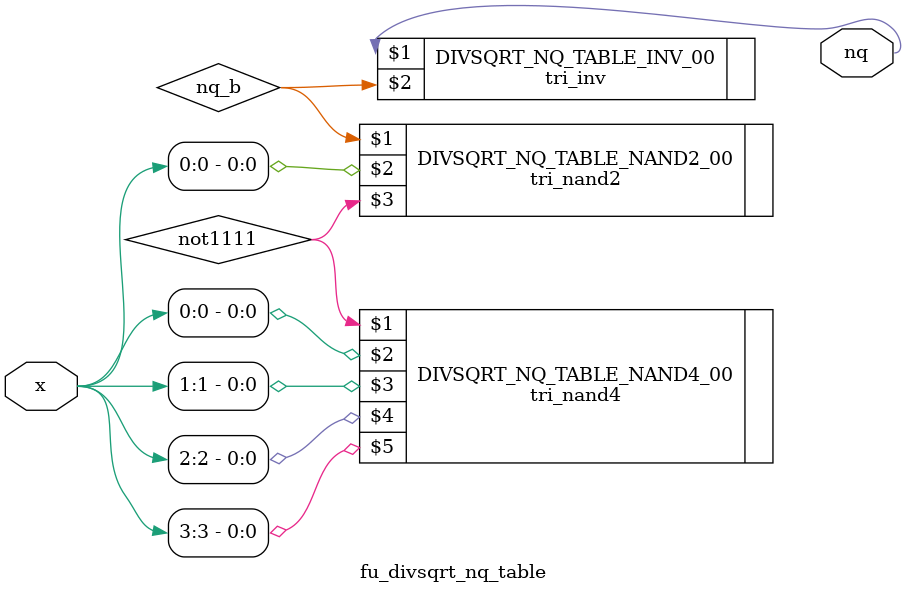
<source format=v>

`timescale 1 ns / 1 ns


module fu_divsqrt_nq_table(
   x,
   nq
);
`include "tri_a2o.vh"

   input [0:3]  x;
   output  nq;

   wire    not1111;
   wire    nq_b;

//// Implements this table:
//   assign exx_nq_bit0        = (exx_sum4 == 4'b1000) ? 1'b1 :
//                               (exx_sum4 == 4'b1001) ? 1'b1 :
//                               (exx_sum4 == 4'b1010) ? 1'b1 :
//                               (exx_sum4 == 4'b1011) ? 1'b1 :
//                               (exx_sum4 == 4'b1100) ? 1'b1 :
//                               (exx_sum4 == 4'b1101) ? 1'b1 :
//                               (exx_sum4 == 4'b1110) ? 1'b1 :
//                               1'b0;


   tri_nand4 #(.WIDTH(1), .BTR("NAND4_X4M_A9TH")) DIVSQRT_NQ_TABLE_NAND4_00(not1111, x[0], x[1], x[2], x[3]);

   tri_nand2 #(.WIDTH(1), .BTR("NAND2_X6A_A9TH")) DIVSQRT_NQ_TABLE_NAND2_00(nq_b, x[0], not1111);

   tri_inv   #(.WIDTH(1), .BTR("INV_X11M_A9TH")) DIVSQRT_NQ_TABLE_INV_00(nq, nq_b);

endmodule

</source>
